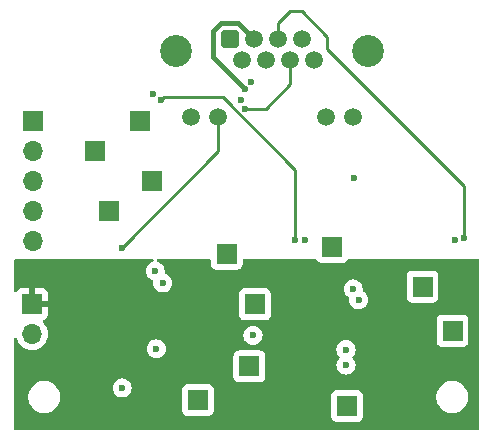
<source format=gbr>
%TF.GenerationSoftware,KiCad,Pcbnew,8.0.1*%
%TF.CreationDate,2024-08-08T22:12:17-07:00*%
%TF.ProjectId,spi_ethernet_mcu_side,7370695f-6574-4686-9572-6e65745f6d63,rev?*%
%TF.SameCoordinates,Original*%
%TF.FileFunction,Copper,L4,Bot*%
%TF.FilePolarity,Positive*%
%FSLAX46Y46*%
G04 Gerber Fmt 4.6, Leading zero omitted, Abs format (unit mm)*
G04 Created by KiCad (PCBNEW 8.0.1) date 2024-08-08 22:12:17*
%MOMM*%
%LPD*%
G01*
G04 APERTURE LIST*
G04 Aperture macros list*
%AMRoundRect*
0 Rectangle with rounded corners*
0 $1 Rounding radius*
0 $2 $3 $4 $5 $6 $7 $8 $9 X,Y pos of 4 corners*
0 Add a 4 corners polygon primitive as box body*
4,1,4,$2,$3,$4,$5,$6,$7,$8,$9,$2,$3,0*
0 Add four circle primitives for the rounded corners*
1,1,$1+$1,$2,$3*
1,1,$1+$1,$4,$5*
1,1,$1+$1,$6,$7*
1,1,$1+$1,$8,$9*
0 Add four rect primitives between the rounded corners*
20,1,$1+$1,$2,$3,$4,$5,0*
20,1,$1+$1,$4,$5,$6,$7,0*
20,1,$1+$1,$6,$7,$8,$9,0*
20,1,$1+$1,$8,$9,$2,$3,0*%
G04 Aperture macros list end*
%TA.AperFunction,ComponentPad*%
%ADD10R,1.700000X1.700000*%
%TD*%
%TA.AperFunction,ComponentPad*%
%ADD11C,2.700000*%
%TD*%
%TA.AperFunction,ComponentPad*%
%ADD12C,1.500000*%
%TD*%
%TA.AperFunction,ComponentPad*%
%ADD13RoundRect,0.250000X0.500000X0.500000X-0.500000X0.500000X-0.500000X-0.500000X0.500000X-0.500000X0*%
%TD*%
%TA.AperFunction,ComponentPad*%
%ADD14O,1.700000X1.700000*%
%TD*%
%TA.AperFunction,ViaPad*%
%ADD15C,0.600000*%
%TD*%
%TA.AperFunction,Conductor*%
%ADD16C,0.254000*%
%TD*%
%TA.AperFunction,Conductor*%
%ADD17C,0.400000*%
%TD*%
G04 APERTURE END LIST*
D10*
%TO.P,TP5,1,1*%
%TO.N,/SPI1_SCK_B*%
X145821400Y-87350600D03*
%TD*%
%TO.P,TP4,1,1*%
%TO.N,/SPI1_SCK_A*%
X143281400Y-83616800D03*
%TD*%
%TO.P,TP2,1,1*%
%TO.N,/SPI1_SDO_Z*%
X128625600Y-90373200D03*
%TD*%
%TO.P,TP1,1,1*%
%TO.N,/SPI1_SDO_Y*%
X124256800Y-93218000D03*
%TD*%
%TO.P,TP9,1,1*%
%TO.N,/SPI1_SCK*%
X119354600Y-69596000D03*
%TD*%
%TO.P,TP10,1,1*%
%TO.N,/SPI1_~{CS}*%
X115544600Y-72110600D03*
%TD*%
%TO.P,TP3,1,1*%
%TO.N,/SPI1_SDI_B*%
X129082800Y-85115400D03*
%TD*%
%TO.P,TP12,1,1*%
%TO.N,/SPI1_SDI*%
X116713000Y-77216000D03*
%TD*%
%TO.P,TP11,1,1*%
%TO.N,/SPI1_SDO*%
X120370600Y-74676000D03*
%TD*%
D11*
%TO.P,J1,SH*%
%TO.N,GND*%
X138688000Y-63663400D03*
X122428000Y-63663400D03*
D12*
%TO.P,J1,12*%
%TO.N,Net-(J1-Pad12)*%
X137418000Y-69243400D03*
%TO.P,J1,11*%
%TO.N,GND*%
X135128000Y-69243400D03*
%TO.P,J1,10*%
%TO.N,+3V3*%
X125988000Y-69243400D03*
%TO.P,J1,9*%
%TO.N,Net-(J1-Pad9)*%
X123698000Y-69243400D03*
%TO.P,J1,8*%
%TO.N,Net-(J1-Pad8)*%
X134128000Y-64423400D03*
%TO.P,J1,7*%
%TO.N,Net-(J1-Pad7)*%
X133108000Y-62643400D03*
%TO.P,J1,6*%
%TO.N,/SPI1_SDI_A*%
X132088000Y-64423400D03*
%TO.P,J1,5*%
%TO.N,/SPI1_SCK_B*%
X131068000Y-62643400D03*
%TO.P,J1,4*%
%TO.N,/SPI1_SCK_A*%
X130048000Y-64423400D03*
%TO.P,J1,3*%
%TO.N,/SPI1_SDI_B*%
X129028000Y-62643400D03*
%TO.P,J1,2*%
%TO.N,/SPI1_SDO_Z*%
X128008000Y-64423400D03*
D13*
%TO.P,J1,1*%
%TO.N,/SPI1_SDO_Y*%
X126988000Y-62643400D03*
%TD*%
D10*
%TO.P,TP6,1,1*%
%TO.N,/SPI1_SDI_A*%
X126695200Y-80822800D03*
%TD*%
%TO.P,TP8,1,1*%
%TO.N,GND*%
X135636000Y-80264000D03*
%TD*%
%TO.P,J4,1,Pin_1*%
%TO.N,/SPI1_SCK*%
X110263200Y-69596000D03*
D14*
%TO.P,J4,2,Pin_2*%
%TO.N,/SPI1_~{CS}*%
X110263200Y-72136000D03*
%TO.P,J4,3,Pin_3*%
%TO.N,/SPI1_SDO*%
X110263200Y-74676000D03*
%TO.P,J4,4,Pin_4*%
%TO.N,/SPI1_SDI*%
X110263200Y-77216000D03*
%TO.P,J4,5,Pin_5*%
%TO.N,GND*%
X110263200Y-79756000D03*
%TD*%
D10*
%TO.P,J3,1,Pin_1*%
%TO.N,+3V3*%
X110236000Y-85085000D03*
D14*
%TO.P,J3,2,Pin_2*%
%TO.N,GND*%
X110236000Y-87625000D03*
%TD*%
D10*
%TO.P,TP7,1,1*%
%TO.N,GND*%
X136906000Y-93726000D03*
%TD*%
D15*
%TO.N,GND*%
X146032485Y-79681888D03*
%TO.N,/SPI1_SCK_B*%
X146812000Y-79502000D03*
%TO.N,GND*%
X117856000Y-92202000D03*
%TO.N,+3V3*%
X117856000Y-90678000D03*
%TO.N,/SPI1_SCK*%
X121107200Y-67843400D03*
%TO.N,+3V3*%
X134264400Y-85674200D03*
X134391400Y-84709000D03*
X121640600Y-90601800D03*
X117805200Y-80314800D03*
X117805200Y-83286600D03*
X117779800Y-85090000D03*
%TO.N,GND*%
X136804400Y-88950800D03*
X137490200Y-74422000D03*
X128770192Y-66298189D03*
X137414000Y-83820000D03*
X128930400Y-87757000D03*
X120483976Y-67341807D03*
X120650000Y-82296000D03*
X137871200Y-84734400D03*
X133310804Y-79694351D03*
X120751600Y-88888800D03*
X136804400Y-90271600D03*
X127902130Y-67831607D03*
X121285000Y-83312000D03*
%TO.N,/SPI1_SDI_A*%
X128244600Y-68554600D03*
%TO.N,/SPI1_SDI_B*%
X128219200Y-66878200D03*
%TO.N,/SPI1_SCK*%
X132511800Y-79654400D03*
%TD*%
D16*
%TO.N,/SPI1_SCK_B*%
X133070600Y-60325000D02*
X135205000Y-62459400D01*
X135205000Y-62459400D02*
X135205000Y-63475400D01*
X132080000Y-60325000D02*
X133070600Y-60325000D01*
X146812000Y-75082400D02*
X146812000Y-79502000D01*
X135205000Y-63475400D02*
X146812000Y-75082400D01*
X131068000Y-61337000D02*
X132080000Y-60325000D01*
X131068000Y-62643400D02*
X131068000Y-61337000D01*
%TO.N,/SPI1_SCK*%
X126367288Y-67564000D02*
X132511800Y-73708512D01*
X121386600Y-67564000D02*
X126367288Y-67564000D01*
X121107200Y-67843400D02*
X121386600Y-67564000D01*
X132511800Y-73708512D02*
X132511800Y-79654400D01*
%TO.N,+3V3*%
X125988000Y-72132000D02*
X125988000Y-69243400D01*
X117805200Y-80314800D02*
X125988000Y-72132000D01*
%TO.N,/SPI1_SDI_A*%
X128244600Y-68554600D02*
X129997200Y-68554600D01*
X132088000Y-66463800D02*
X132088000Y-64423400D01*
X129997200Y-68554600D02*
X132088000Y-66463800D01*
D17*
%TO.N,/SPI1_SDI_B*%
X125526800Y-61950600D02*
X126187200Y-61290200D01*
X128219200Y-66878200D02*
X125526800Y-64185800D01*
X127674800Y-61290200D02*
X129028000Y-62643400D01*
X126187200Y-61290200D02*
X127674800Y-61290200D01*
X125526800Y-64185800D02*
X125526800Y-61950600D01*
%TD*%
%TA.AperFunction,Conductor*%
%TO.N,+3V3*%
G36*
X120467079Y-81299685D02*
G01*
X120512834Y-81352489D01*
X120522778Y-81421647D01*
X120493753Y-81485203D01*
X120440995Y-81521042D01*
X120300476Y-81570211D01*
X120147737Y-81666184D01*
X120020184Y-81793737D01*
X119924211Y-81946476D01*
X119864631Y-82116745D01*
X119864630Y-82116750D01*
X119844435Y-82295996D01*
X119844435Y-82296003D01*
X119864630Y-82475249D01*
X119864631Y-82475254D01*
X119924211Y-82645523D01*
X119970339Y-82718935D01*
X120020184Y-82798262D01*
X120147738Y-82925816D01*
X120288774Y-83014435D01*
X120300478Y-83021789D01*
X120410767Y-83060381D01*
X120467544Y-83101103D01*
X120493291Y-83166056D01*
X120493033Y-83191306D01*
X120479435Y-83311996D01*
X120479435Y-83312003D01*
X120499630Y-83491249D01*
X120499631Y-83491254D01*
X120559211Y-83661523D01*
X120624168Y-83764900D01*
X120655184Y-83814262D01*
X120782738Y-83941816D01*
X120786405Y-83944120D01*
X120934083Y-84036913D01*
X120935478Y-84037789D01*
X121021259Y-84067805D01*
X121105745Y-84097368D01*
X121105750Y-84097369D01*
X121284996Y-84117565D01*
X121285000Y-84117565D01*
X121285004Y-84117565D01*
X121464249Y-84097369D01*
X121464252Y-84097368D01*
X121464255Y-84097368D01*
X121634522Y-84037789D01*
X121787262Y-83941816D01*
X121914816Y-83814262D01*
X122010789Y-83661522D01*
X122070368Y-83491255D01*
X122072709Y-83470478D01*
X122090565Y-83312003D01*
X122090565Y-83311996D01*
X122070369Y-83132750D01*
X122070368Y-83132745D01*
X122031543Y-83021789D01*
X122010789Y-82962478D01*
X121914816Y-82809738D01*
X121787262Y-82682184D01*
X121634521Y-82586210D01*
X121524232Y-82547619D01*
X121467456Y-82506897D01*
X121441708Y-82441945D01*
X121441966Y-82416693D01*
X121442805Y-82409252D01*
X121452522Y-82323006D01*
X121455565Y-82296002D01*
X121455565Y-82295996D01*
X121435369Y-82116750D01*
X121435368Y-82116745D01*
X121375788Y-81946476D01*
X121279815Y-81793737D01*
X121152262Y-81666184D01*
X120999523Y-81570211D01*
X120859005Y-81521042D01*
X120802229Y-81480320D01*
X120776482Y-81415367D01*
X120789938Y-81346806D01*
X120838325Y-81296403D01*
X120899960Y-81280000D01*
X125220701Y-81280000D01*
X125287740Y-81299685D01*
X125333495Y-81352489D01*
X125344701Y-81404000D01*
X125344701Y-81720676D01*
X125351108Y-81780283D01*
X125401402Y-81915128D01*
X125401406Y-81915135D01*
X125487652Y-82030344D01*
X125487655Y-82030347D01*
X125602864Y-82116593D01*
X125602871Y-82116597D01*
X125737717Y-82166891D01*
X125737716Y-82166891D01*
X125744644Y-82167635D01*
X125797327Y-82173300D01*
X127593072Y-82173299D01*
X127652683Y-82166891D01*
X127787531Y-82116596D01*
X127902746Y-82030346D01*
X127988996Y-81915131D01*
X128039291Y-81780283D01*
X128045700Y-81720673D01*
X128045700Y-81404000D01*
X128065385Y-81336961D01*
X128118189Y-81291206D01*
X128169700Y-81280000D01*
X134227640Y-81280000D01*
X134294679Y-81299685D01*
X134337321Y-81348897D01*
X134337956Y-81348551D01*
X134339547Y-81351466D01*
X134340434Y-81352489D01*
X134341465Y-81354978D01*
X134342205Y-81356334D01*
X134428452Y-81471544D01*
X134428455Y-81471547D01*
X134543664Y-81557793D01*
X134543671Y-81557797D01*
X134678517Y-81608091D01*
X134678516Y-81608091D01*
X134685444Y-81608835D01*
X134738127Y-81614500D01*
X136533872Y-81614499D01*
X136593483Y-81608091D01*
X136728331Y-81557796D01*
X136843546Y-81471546D01*
X136929796Y-81356331D01*
X136929796Y-81356328D01*
X136934044Y-81348551D01*
X136936319Y-81349793D01*
X136970045Y-81304737D01*
X137035508Y-81280316D01*
X137044360Y-81280000D01*
X147965500Y-81280000D01*
X148032539Y-81299685D01*
X148078294Y-81352489D01*
X148089500Y-81404000D01*
X148089500Y-95641500D01*
X148069815Y-95708539D01*
X148017011Y-95754294D01*
X147965500Y-95765500D01*
X108828500Y-95765500D01*
X108761461Y-95745815D01*
X108715706Y-95693011D01*
X108704500Y-95641500D01*
X108704500Y-94623870D01*
X135555500Y-94623870D01*
X135555501Y-94623876D01*
X135561908Y-94683483D01*
X135612202Y-94818328D01*
X135612206Y-94818335D01*
X135698452Y-94933544D01*
X135698455Y-94933547D01*
X135813664Y-95019793D01*
X135813671Y-95019797D01*
X135948517Y-95070091D01*
X135948516Y-95070091D01*
X135955444Y-95070835D01*
X136008127Y-95076500D01*
X137803872Y-95076499D01*
X137863483Y-95070091D01*
X137998331Y-95019796D01*
X138113546Y-94933546D01*
X138199796Y-94818331D01*
X138250091Y-94683483D01*
X138256500Y-94623873D01*
X138256499Y-93070286D01*
X144445500Y-93070286D01*
X144478753Y-93280239D01*
X144544444Y-93482414D01*
X144640951Y-93671820D01*
X144765890Y-93843786D01*
X144916213Y-93994109D01*
X145088179Y-94119048D01*
X145088181Y-94119049D01*
X145088184Y-94119051D01*
X145277588Y-94215557D01*
X145479757Y-94281246D01*
X145689713Y-94314500D01*
X145689714Y-94314500D01*
X145902286Y-94314500D01*
X145902287Y-94314500D01*
X146112243Y-94281246D01*
X146314412Y-94215557D01*
X146503816Y-94119051D01*
X146525789Y-94103086D01*
X146675786Y-93994109D01*
X146675788Y-93994106D01*
X146675792Y-93994104D01*
X146826104Y-93843792D01*
X146826106Y-93843788D01*
X146826109Y-93843786D01*
X146951048Y-93671820D01*
X146951047Y-93671820D01*
X146951051Y-93671816D01*
X147047557Y-93482412D01*
X147113246Y-93280243D01*
X147146500Y-93070287D01*
X147146500Y-92857713D01*
X147113246Y-92647757D01*
X147047557Y-92445588D01*
X146951051Y-92256184D01*
X146951049Y-92256181D01*
X146951048Y-92256179D01*
X146826109Y-92084213D01*
X146675786Y-91933890D01*
X146503820Y-91808951D01*
X146314414Y-91712444D01*
X146314413Y-91712443D01*
X146314412Y-91712443D01*
X146112243Y-91646754D01*
X146112241Y-91646753D01*
X146112240Y-91646753D01*
X145950957Y-91621208D01*
X145902287Y-91613500D01*
X145689713Y-91613500D01*
X145641042Y-91621208D01*
X145479760Y-91646753D01*
X145277585Y-91712444D01*
X145088179Y-91808951D01*
X144916213Y-91933890D01*
X144765890Y-92084213D01*
X144640951Y-92256179D01*
X144544444Y-92445585D01*
X144478753Y-92647760D01*
X144445500Y-92857713D01*
X144445500Y-93070286D01*
X138256499Y-93070286D01*
X138256499Y-92828128D01*
X138250091Y-92768517D01*
X138226125Y-92704262D01*
X138199797Y-92633671D01*
X138199793Y-92633664D01*
X138113547Y-92518455D01*
X138113544Y-92518452D01*
X137998335Y-92432206D01*
X137998328Y-92432202D01*
X137863482Y-92381908D01*
X137863483Y-92381908D01*
X137803883Y-92375501D01*
X137803881Y-92375500D01*
X137803873Y-92375500D01*
X137803864Y-92375500D01*
X136008129Y-92375500D01*
X136008123Y-92375501D01*
X135948516Y-92381908D01*
X135813671Y-92432202D01*
X135813664Y-92432206D01*
X135698455Y-92518452D01*
X135698452Y-92518455D01*
X135612206Y-92633664D01*
X135612202Y-92633671D01*
X135561908Y-92768517D01*
X135555501Y-92828116D01*
X135555501Y-92828123D01*
X135555500Y-92828135D01*
X135555500Y-94623870D01*
X108704500Y-94623870D01*
X108704500Y-93070286D01*
X109901500Y-93070286D01*
X109934753Y-93280239D01*
X110000444Y-93482414D01*
X110096951Y-93671820D01*
X110221890Y-93843786D01*
X110372213Y-93994109D01*
X110544179Y-94119048D01*
X110544181Y-94119049D01*
X110544184Y-94119051D01*
X110733588Y-94215557D01*
X110935757Y-94281246D01*
X111145713Y-94314500D01*
X111145714Y-94314500D01*
X111358286Y-94314500D01*
X111358287Y-94314500D01*
X111568243Y-94281246D01*
X111770412Y-94215557D01*
X111959816Y-94119051D01*
X111964194Y-94115870D01*
X122906300Y-94115870D01*
X122906301Y-94115876D01*
X122912708Y-94175483D01*
X122963002Y-94310328D01*
X122963006Y-94310335D01*
X123049252Y-94425544D01*
X123049255Y-94425547D01*
X123164464Y-94511793D01*
X123164471Y-94511797D01*
X123299317Y-94562091D01*
X123299316Y-94562091D01*
X123306244Y-94562835D01*
X123358927Y-94568500D01*
X125154672Y-94568499D01*
X125214283Y-94562091D01*
X125349131Y-94511796D01*
X125464346Y-94425546D01*
X125550596Y-94310331D01*
X125600891Y-94175483D01*
X125607300Y-94115873D01*
X125607299Y-92320128D01*
X125600891Y-92260517D01*
X125550596Y-92125669D01*
X125550595Y-92125668D01*
X125550593Y-92125664D01*
X125464347Y-92010455D01*
X125464344Y-92010452D01*
X125349135Y-91924206D01*
X125349128Y-91924202D01*
X125214282Y-91873908D01*
X125214283Y-91873908D01*
X125154683Y-91867501D01*
X125154681Y-91867500D01*
X125154673Y-91867500D01*
X125154664Y-91867500D01*
X123358929Y-91867500D01*
X123358923Y-91867501D01*
X123299316Y-91873908D01*
X123164471Y-91924202D01*
X123164464Y-91924206D01*
X123049255Y-92010452D01*
X123049252Y-92010455D01*
X122963006Y-92125664D01*
X122963002Y-92125671D01*
X122912708Y-92260517D01*
X122906301Y-92320116D01*
X122906301Y-92320123D01*
X122906300Y-92320135D01*
X122906300Y-94115870D01*
X111964194Y-94115870D01*
X111981789Y-94103086D01*
X112131786Y-93994109D01*
X112131788Y-93994106D01*
X112131792Y-93994104D01*
X112282104Y-93843792D01*
X112282106Y-93843788D01*
X112282109Y-93843786D01*
X112407048Y-93671820D01*
X112407047Y-93671820D01*
X112407051Y-93671816D01*
X112503557Y-93482412D01*
X112569246Y-93280243D01*
X112602500Y-93070287D01*
X112602500Y-92857713D01*
X112569246Y-92647757D01*
X112503557Y-92445588D01*
X112407051Y-92256184D01*
X112407049Y-92256181D01*
X112407048Y-92256179D01*
X112367687Y-92202003D01*
X117050435Y-92202003D01*
X117070630Y-92381249D01*
X117070631Y-92381254D01*
X117130211Y-92551523D01*
X117190681Y-92647760D01*
X117226184Y-92704262D01*
X117353738Y-92831816D01*
X117506478Y-92927789D01*
X117676745Y-92987368D01*
X117676750Y-92987369D01*
X117855996Y-93007565D01*
X117856000Y-93007565D01*
X117856004Y-93007565D01*
X118035249Y-92987369D01*
X118035252Y-92987368D01*
X118035255Y-92987368D01*
X118205522Y-92927789D01*
X118358262Y-92831816D01*
X118485816Y-92704262D01*
X118581789Y-92551522D01*
X118641368Y-92381255D01*
X118641369Y-92381249D01*
X118661565Y-92202003D01*
X118661565Y-92201996D01*
X118641369Y-92022750D01*
X118641368Y-92022745D01*
X118589288Y-91873909D01*
X118581789Y-91852478D01*
X118485816Y-91699738D01*
X118358262Y-91572184D01*
X118205523Y-91476211D01*
X118035254Y-91416631D01*
X118035249Y-91416630D01*
X117856004Y-91396435D01*
X117855996Y-91396435D01*
X117676750Y-91416630D01*
X117676745Y-91416631D01*
X117506476Y-91476211D01*
X117353737Y-91572184D01*
X117226184Y-91699737D01*
X117130211Y-91852476D01*
X117070631Y-92022745D01*
X117070630Y-92022750D01*
X117050435Y-92201996D01*
X117050435Y-92202003D01*
X112367687Y-92202003D01*
X112282109Y-92084213D01*
X112131786Y-91933890D01*
X111959820Y-91808951D01*
X111770414Y-91712444D01*
X111770413Y-91712443D01*
X111770412Y-91712443D01*
X111568243Y-91646754D01*
X111568241Y-91646753D01*
X111568240Y-91646753D01*
X111406957Y-91621208D01*
X111358287Y-91613500D01*
X111145713Y-91613500D01*
X111097042Y-91621208D01*
X110935760Y-91646753D01*
X110733585Y-91712444D01*
X110544179Y-91808951D01*
X110372213Y-91933890D01*
X110221890Y-92084213D01*
X110096951Y-92256179D01*
X110000444Y-92445585D01*
X109934753Y-92647760D01*
X109901500Y-92857713D01*
X109901500Y-93070286D01*
X108704500Y-93070286D01*
X108704500Y-91271070D01*
X127275100Y-91271070D01*
X127275101Y-91271076D01*
X127281508Y-91330683D01*
X127331802Y-91465528D01*
X127331806Y-91465535D01*
X127418052Y-91580744D01*
X127418055Y-91580747D01*
X127533264Y-91666993D01*
X127533271Y-91666997D01*
X127668117Y-91717291D01*
X127668116Y-91717291D01*
X127675044Y-91718035D01*
X127727727Y-91723700D01*
X129523472Y-91723699D01*
X129583083Y-91717291D01*
X129717931Y-91666996D01*
X129833146Y-91580746D01*
X129919396Y-91465531D01*
X129969691Y-91330683D01*
X129976100Y-91271073D01*
X129976099Y-90271603D01*
X135998835Y-90271603D01*
X136019030Y-90450849D01*
X136019031Y-90450854D01*
X136078611Y-90621123D01*
X136174584Y-90773862D01*
X136302138Y-90901416D01*
X136454878Y-90997389D01*
X136625145Y-91056968D01*
X136625150Y-91056969D01*
X136804396Y-91077165D01*
X136804400Y-91077165D01*
X136804404Y-91077165D01*
X136983649Y-91056969D01*
X136983652Y-91056968D01*
X136983655Y-91056968D01*
X137153922Y-90997389D01*
X137306662Y-90901416D01*
X137434216Y-90773862D01*
X137530189Y-90621122D01*
X137589768Y-90450855D01*
X137609965Y-90271600D01*
X137589768Y-90092345D01*
X137530189Y-89922078D01*
X137434216Y-89769338D01*
X137363759Y-89698881D01*
X137330274Y-89637558D01*
X137335258Y-89567866D01*
X137363759Y-89523519D01*
X137368663Y-89518615D01*
X137434216Y-89453062D01*
X137530189Y-89300322D01*
X137589768Y-89130055D01*
X137596754Y-89068054D01*
X137609965Y-88950803D01*
X137609965Y-88950796D01*
X137589769Y-88771550D01*
X137589768Y-88771545D01*
X137565118Y-88701099D01*
X137530189Y-88601278D01*
X137434216Y-88448538D01*
X137306662Y-88320984D01*
X137286129Y-88308082D01*
X137191258Y-88248470D01*
X144470900Y-88248470D01*
X144470901Y-88248476D01*
X144477308Y-88308083D01*
X144527602Y-88442928D01*
X144527606Y-88442935D01*
X144613852Y-88558144D01*
X144613855Y-88558147D01*
X144729064Y-88644393D01*
X144729071Y-88644397D01*
X144863917Y-88694691D01*
X144863916Y-88694691D01*
X144870844Y-88695435D01*
X144923527Y-88701100D01*
X146719272Y-88701099D01*
X146778883Y-88694691D01*
X146913731Y-88644396D01*
X147028946Y-88558146D01*
X147115196Y-88442931D01*
X147165491Y-88308083D01*
X147171900Y-88248473D01*
X147171899Y-86452728D01*
X147165491Y-86393117D01*
X147159983Y-86378350D01*
X147115197Y-86258271D01*
X147115193Y-86258264D01*
X147028947Y-86143055D01*
X147028944Y-86143052D01*
X146913735Y-86056806D01*
X146913728Y-86056802D01*
X146778882Y-86006508D01*
X146778883Y-86006508D01*
X146719283Y-86000101D01*
X146719281Y-86000100D01*
X146719273Y-86000100D01*
X146719264Y-86000100D01*
X144923529Y-86000100D01*
X144923523Y-86000101D01*
X144863916Y-86006508D01*
X144729071Y-86056802D01*
X144729064Y-86056806D01*
X144613855Y-86143052D01*
X144613852Y-86143055D01*
X144527606Y-86258264D01*
X144527602Y-86258271D01*
X144477308Y-86393117D01*
X144471802Y-86444337D01*
X144470901Y-86452723D01*
X144470900Y-86452735D01*
X144470900Y-88248470D01*
X137191258Y-88248470D01*
X137153923Y-88225011D01*
X136983654Y-88165431D01*
X136983649Y-88165430D01*
X136804404Y-88145235D01*
X136804396Y-88145235D01*
X136625150Y-88165430D01*
X136625145Y-88165431D01*
X136454876Y-88225011D01*
X136302137Y-88320984D01*
X136174584Y-88448537D01*
X136078611Y-88601276D01*
X136019031Y-88771545D01*
X136019030Y-88771550D01*
X135998835Y-88950796D01*
X135998835Y-88950803D01*
X136019030Y-89130049D01*
X136019031Y-89130054D01*
X136078611Y-89300323D01*
X136174584Y-89453062D01*
X136245041Y-89523519D01*
X136278526Y-89584842D01*
X136273542Y-89654534D01*
X136245041Y-89698881D01*
X136174584Y-89769337D01*
X136078611Y-89922076D01*
X136019031Y-90092345D01*
X136019030Y-90092350D01*
X135998835Y-90271596D01*
X135998835Y-90271603D01*
X129976099Y-90271603D01*
X129976099Y-89475328D01*
X129969691Y-89415717D01*
X129960495Y-89391062D01*
X129919397Y-89280871D01*
X129919393Y-89280864D01*
X129833147Y-89165655D01*
X129833144Y-89165652D01*
X129717935Y-89079406D01*
X129717928Y-89079402D01*
X129583082Y-89029108D01*
X129583083Y-89029108D01*
X129523483Y-89022701D01*
X129523481Y-89022700D01*
X129523473Y-89022700D01*
X129523464Y-89022700D01*
X127727729Y-89022700D01*
X127727723Y-89022701D01*
X127668116Y-89029108D01*
X127533271Y-89079402D01*
X127533264Y-89079406D01*
X127418055Y-89165652D01*
X127418052Y-89165655D01*
X127331806Y-89280864D01*
X127331802Y-89280871D01*
X127281508Y-89415717D01*
X127275101Y-89475316D01*
X127275101Y-89475323D01*
X127275100Y-89475335D01*
X127275100Y-91271070D01*
X108704500Y-91271070D01*
X108704500Y-88069171D01*
X108724185Y-88002132D01*
X108776989Y-87956377D01*
X108846147Y-87946433D01*
X108909703Y-87975458D01*
X108947477Y-88034236D01*
X108948275Y-88037078D01*
X108962094Y-88088655D01*
X108962096Y-88088659D01*
X108962097Y-88088663D01*
X109036618Y-88248473D01*
X109061965Y-88302830D01*
X109061967Y-88302834D01*
X109160063Y-88442928D01*
X109197505Y-88496401D01*
X109364599Y-88663495D01*
X109461384Y-88731265D01*
X109558165Y-88799032D01*
X109558167Y-88799033D01*
X109558170Y-88799035D01*
X109772337Y-88898903D01*
X110000592Y-88960063D01*
X110188918Y-88976539D01*
X110235999Y-88980659D01*
X110236000Y-88980659D01*
X110236001Y-88980659D01*
X110275234Y-88977226D01*
X110471408Y-88960063D01*
X110699663Y-88898903D01*
X110721322Y-88888803D01*
X119946035Y-88888803D01*
X119966230Y-89068049D01*
X119966231Y-89068054D01*
X120025811Y-89238323D01*
X120121784Y-89391062D01*
X120249338Y-89518616D01*
X120402078Y-89614589D01*
X120572345Y-89674168D01*
X120572350Y-89674169D01*
X120751596Y-89694365D01*
X120751600Y-89694365D01*
X120751604Y-89694365D01*
X120930849Y-89674169D01*
X120930852Y-89674168D01*
X120930855Y-89674168D01*
X121101122Y-89614589D01*
X121253862Y-89518616D01*
X121381416Y-89391062D01*
X121477389Y-89238322D01*
X121536968Y-89068055D01*
X121541356Y-89029109D01*
X121557165Y-88888803D01*
X121557165Y-88888796D01*
X121536969Y-88709550D01*
X121536968Y-88709545D01*
X121485537Y-88562565D01*
X121477389Y-88539278D01*
X121381416Y-88386538D01*
X121253862Y-88258984D01*
X121237120Y-88248464D01*
X121101123Y-88163011D01*
X120930854Y-88103431D01*
X120930849Y-88103430D01*
X120751604Y-88083235D01*
X120751596Y-88083235D01*
X120572350Y-88103430D01*
X120572345Y-88103431D01*
X120402076Y-88163011D01*
X120249337Y-88258984D01*
X120121784Y-88386537D01*
X120025811Y-88539276D01*
X119966231Y-88709545D01*
X119966230Y-88709550D01*
X119946035Y-88888796D01*
X119946035Y-88888803D01*
X110721322Y-88888803D01*
X110913830Y-88799035D01*
X111107401Y-88663495D01*
X111274495Y-88496401D01*
X111410035Y-88302830D01*
X111509903Y-88088663D01*
X111571063Y-87860408D01*
X111580110Y-87757003D01*
X128124835Y-87757003D01*
X128145030Y-87936249D01*
X128145031Y-87936254D01*
X128204611Y-88106523D01*
X128279063Y-88225011D01*
X128300584Y-88259262D01*
X128428138Y-88386816D01*
X128580878Y-88482789D01*
X128619782Y-88496402D01*
X128751145Y-88542368D01*
X128751150Y-88542369D01*
X128930396Y-88562565D01*
X128930400Y-88562565D01*
X128930404Y-88562565D01*
X129109649Y-88542369D01*
X129109652Y-88542368D01*
X129109655Y-88542368D01*
X129279922Y-88482789D01*
X129432662Y-88386816D01*
X129560216Y-88259262D01*
X129656189Y-88106522D01*
X129715768Y-87936255D01*
X129715769Y-87936249D01*
X129735965Y-87757003D01*
X129735965Y-87756996D01*
X129715769Y-87577750D01*
X129715768Y-87577745D01*
X129656188Y-87407476D01*
X129590611Y-87303111D01*
X129560216Y-87254738D01*
X129432662Y-87127184D01*
X129279923Y-87031211D01*
X129109654Y-86971631D01*
X129109649Y-86971630D01*
X128930404Y-86951435D01*
X128930396Y-86951435D01*
X128751150Y-86971630D01*
X128751145Y-86971631D01*
X128580876Y-87031211D01*
X128428137Y-87127184D01*
X128300584Y-87254737D01*
X128204611Y-87407476D01*
X128145031Y-87577745D01*
X128145030Y-87577750D01*
X128124835Y-87756996D01*
X128124835Y-87757003D01*
X111580110Y-87757003D01*
X111591659Y-87625000D01*
X111571063Y-87389592D01*
X111509903Y-87161337D01*
X111410035Y-86947171D01*
X111274495Y-86753599D01*
X111152179Y-86631283D01*
X111118696Y-86569963D01*
X111123680Y-86500271D01*
X111165551Y-86444337D01*
X111196529Y-86427422D01*
X111328086Y-86378354D01*
X111328093Y-86378350D01*
X111443187Y-86292190D01*
X111443190Y-86292187D01*
X111529350Y-86177093D01*
X111529354Y-86177086D01*
X111579596Y-86042379D01*
X111579598Y-86042372D01*
X111582727Y-86013270D01*
X127732300Y-86013270D01*
X127732301Y-86013276D01*
X127738708Y-86072883D01*
X127789002Y-86207728D01*
X127789006Y-86207735D01*
X127875252Y-86322944D01*
X127875255Y-86322947D01*
X127990464Y-86409193D01*
X127990471Y-86409197D01*
X128125317Y-86459491D01*
X128125316Y-86459491D01*
X128132244Y-86460235D01*
X128184927Y-86465900D01*
X129980672Y-86465899D01*
X130040283Y-86459491D01*
X130175131Y-86409196D01*
X130290346Y-86322946D01*
X130376596Y-86207731D01*
X130426891Y-86072883D01*
X130433300Y-86013273D01*
X130433299Y-84217528D01*
X130426891Y-84157917D01*
X130406998Y-84104582D01*
X130376597Y-84023071D01*
X130376593Y-84023064D01*
X130290347Y-83907855D01*
X130290344Y-83907852D01*
X130175135Y-83821606D01*
X130175128Y-83821602D01*
X130170841Y-83820003D01*
X136608435Y-83820003D01*
X136628630Y-83999249D01*
X136628631Y-83999254D01*
X136688211Y-84169523D01*
X136727555Y-84232138D01*
X136784184Y-84322262D01*
X136911738Y-84449816D01*
X137019433Y-84517485D01*
X137065723Y-84569819D01*
X137076680Y-84636361D01*
X137065635Y-84734395D01*
X137065635Y-84734403D01*
X137085830Y-84913649D01*
X137085831Y-84913654D01*
X137145411Y-85083923D01*
X137225259Y-85211000D01*
X137241384Y-85236662D01*
X137368938Y-85364216D01*
X137521678Y-85460189D01*
X137592867Y-85485099D01*
X137691945Y-85519768D01*
X137691950Y-85519769D01*
X137871196Y-85539965D01*
X137871200Y-85539965D01*
X137871204Y-85539965D01*
X138050449Y-85519769D01*
X138050452Y-85519768D01*
X138050455Y-85519768D01*
X138220722Y-85460189D01*
X138373462Y-85364216D01*
X138501016Y-85236662D01*
X138596989Y-85083922D01*
X138656568Y-84913655D01*
X138659007Y-84892007D01*
X138676765Y-84734403D01*
X138676765Y-84734396D01*
X138656569Y-84555150D01*
X138656568Y-84555145D01*
X138642405Y-84514670D01*
X141930900Y-84514670D01*
X141930901Y-84514676D01*
X141937308Y-84574283D01*
X141987602Y-84709128D01*
X141987606Y-84709135D01*
X142073852Y-84824344D01*
X142073855Y-84824347D01*
X142189064Y-84910593D01*
X142189071Y-84910597D01*
X142323917Y-84960891D01*
X142323916Y-84960891D01*
X142330844Y-84961635D01*
X142383527Y-84967300D01*
X144179272Y-84967299D01*
X144238883Y-84960891D01*
X144373731Y-84910596D01*
X144488946Y-84824346D01*
X144575196Y-84709131D01*
X144625491Y-84574283D01*
X144631900Y-84514673D01*
X144631899Y-82718928D01*
X144625491Y-82659317D01*
X144620346Y-82645523D01*
X144575197Y-82524471D01*
X144575193Y-82524464D01*
X144488947Y-82409255D01*
X144488944Y-82409252D01*
X144373735Y-82323006D01*
X144373728Y-82323002D01*
X144238882Y-82272708D01*
X144238883Y-82272708D01*
X144179283Y-82266301D01*
X144179281Y-82266300D01*
X144179273Y-82266300D01*
X144179264Y-82266300D01*
X142383529Y-82266300D01*
X142383523Y-82266301D01*
X142323916Y-82272708D01*
X142189071Y-82323002D01*
X142189064Y-82323006D01*
X142073855Y-82409252D01*
X142073852Y-82409255D01*
X141987606Y-82524464D01*
X141987602Y-82524471D01*
X141937308Y-82659317D01*
X141934850Y-82682184D01*
X141930901Y-82718923D01*
X141930900Y-82718935D01*
X141930900Y-84514670D01*
X138642405Y-84514670D01*
X138596988Y-84384876D01*
X138501015Y-84232137D01*
X138373460Y-84104582D01*
X138265766Y-84036913D01*
X138219476Y-83984579D01*
X138208519Y-83918036D01*
X138209667Y-83907852D01*
X138219384Y-83821604D01*
X138219565Y-83820002D01*
X138219565Y-83819996D01*
X138199369Y-83640750D01*
X138199368Y-83640745D01*
X138139788Y-83470476D01*
X138043815Y-83317737D01*
X137916262Y-83190184D01*
X137763523Y-83094211D01*
X137593254Y-83034631D01*
X137593249Y-83034630D01*
X137414004Y-83014435D01*
X137413996Y-83014435D01*
X137234750Y-83034630D01*
X137234745Y-83034631D01*
X137064476Y-83094211D01*
X136911737Y-83190184D01*
X136784184Y-83317737D01*
X136688211Y-83470476D01*
X136628631Y-83640745D01*
X136628630Y-83640750D01*
X136608435Y-83819996D01*
X136608435Y-83820003D01*
X130170841Y-83820003D01*
X130040282Y-83771308D01*
X130040283Y-83771308D01*
X129980683Y-83764901D01*
X129980681Y-83764900D01*
X129980673Y-83764900D01*
X129980664Y-83764900D01*
X128184929Y-83764900D01*
X128184923Y-83764901D01*
X128125316Y-83771308D01*
X127990471Y-83821602D01*
X127990464Y-83821606D01*
X127875255Y-83907852D01*
X127875252Y-83907855D01*
X127789006Y-84023064D01*
X127789002Y-84023071D01*
X127738708Y-84157917D01*
X127732301Y-84217516D01*
X127732301Y-84217523D01*
X127732300Y-84217535D01*
X127732300Y-86013270D01*
X111582727Y-86013270D01*
X111585999Y-85982844D01*
X111586000Y-85982827D01*
X111586000Y-85335000D01*
X110669012Y-85335000D01*
X110701925Y-85277993D01*
X110736000Y-85150826D01*
X110736000Y-85019174D01*
X110701925Y-84892007D01*
X110669012Y-84835000D01*
X111586000Y-84835000D01*
X111586000Y-84187172D01*
X111585999Y-84187155D01*
X111579598Y-84127627D01*
X111579596Y-84127620D01*
X111529354Y-83992913D01*
X111529350Y-83992906D01*
X111443190Y-83877812D01*
X111443187Y-83877809D01*
X111328093Y-83791649D01*
X111328086Y-83791645D01*
X111193379Y-83741403D01*
X111193372Y-83741401D01*
X111133844Y-83735000D01*
X110486000Y-83735000D01*
X110486000Y-84651988D01*
X110428993Y-84619075D01*
X110301826Y-84585000D01*
X110170174Y-84585000D01*
X110043007Y-84619075D01*
X109986000Y-84651988D01*
X109986000Y-83735000D01*
X109338155Y-83735000D01*
X109278627Y-83741401D01*
X109278620Y-83741403D01*
X109143913Y-83791645D01*
X109143906Y-83791649D01*
X109028812Y-83877809D01*
X109028809Y-83877812D01*
X108942649Y-83992906D01*
X108938396Y-84000696D01*
X108935822Y-83999290D01*
X108902803Y-84043393D01*
X108837336Y-84067805D01*
X108769064Y-84052947D01*
X108719663Y-84003538D01*
X108704500Y-83944120D01*
X108704500Y-81404000D01*
X108724185Y-81336961D01*
X108776989Y-81291206D01*
X108828500Y-81280000D01*
X120400040Y-81280000D01*
X120467079Y-81299685D01*
G37*
%TD.AperFunction*%
%TD*%
M02*

</source>
